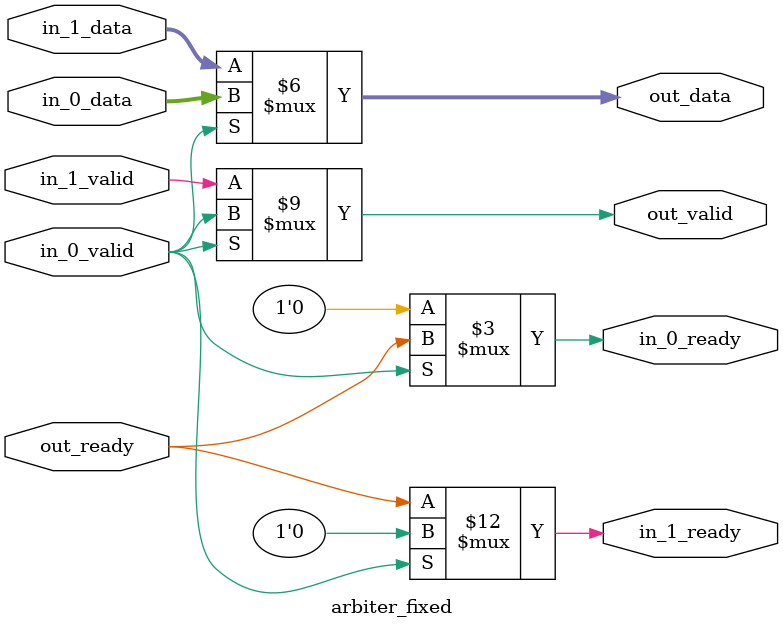
<source format=sv>


module arbiter_fixed #(
    parameter DWITDH      = 8 ,
    parameter PRIORITY_0  = 1 
)(
    input  logic               in_0_valid,
    input  logic [DWITDH-1:0]  in_0_data,
    output logic               in_0_ready,

    input  logic               in_1_valid,
    input  logic [DWITDH-1:0]  in_1_data,
    output logic               in_1_ready,
 
    output logic              out_valid,
    output logic [DWITDH-1:0] out_data,
    input  logic              out_ready
);

always_comb begin 
    in_0_ready = 1'b0;
    in_1_ready = 1'b0;
    out_valid  = 1'b0;
    out_data   = {(DWITDH){1'b0}};

    
    if(PRIORITY_0 == 1)
    begin

        if(in_0_valid)
        begin   
            out_valid  = in_0_valid;
            out_data   = in_0_data;
            in_0_ready = out_ready;
        end
        else
        begin
            out_valid  = in_1_valid;
            out_data   = in_1_data;
            in_1_ready = out_ready;
        end
    end
    else
    begin
        if( ~ in_1_valid)
        begin   
            out_valid  = in_0_valid;
            out_data   = in_0_data;
            in_0_ready = out_ready;
        end
        else
        begin
            out_valid  = in_1_valid;
            out_data   = in_1_data;
            in_1_ready = out_ready;
        end
    end
    
    
    
end


    
endmodule
</source>
